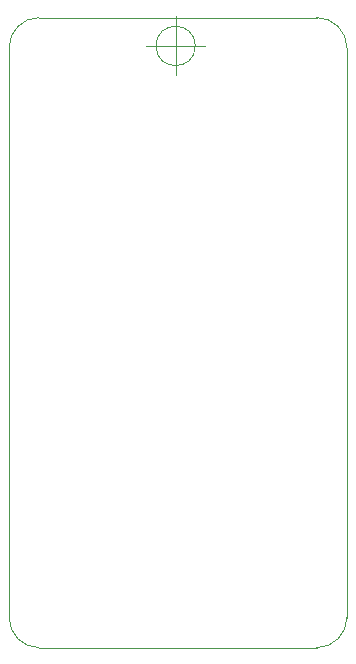
<source format=gm1>
G04 #@! TF.GenerationSoftware,KiCad,Pcbnew,(6.0.4)*
G04 #@! TF.CreationDate,2022-10-30T16:37:22+13:00*
G04 #@! TF.ProjectId,LAN-Module,4c414e2d-4d6f-4647-956c-652e6b696361,rev?*
G04 #@! TF.SameCoordinates,Original*
G04 #@! TF.FileFunction,Profile,NP*
%FSLAX46Y46*%
G04 Gerber Fmt 4.6, Leading zero omitted, Abs format (unit mm)*
G04 Created by KiCad (PCBNEW (6.0.4)) date 2022-10-30 16:37:22*
%MOMM*%
%LPD*%
G01*
G04 APERTURE LIST*
G04 #@! TA.AperFunction,Profile*
%ADD10C,0.100000*%
G04 #@! TD*
G04 APERTURE END LIST*
D10*
X47260000Y-25400000D02*
X23740000Y-25400000D01*
X23740000Y-25400000D02*
G75*
G03*
X21200000Y-27940000I0J-2540000D01*
G01*
X49800000Y-27940000D02*
G75*
G03*
X47260000Y-25400000I-2540000J0D01*
G01*
X47260000Y-78740000D02*
G75*
G03*
X49800000Y-76200000I0J2540000D01*
G01*
X21200000Y-76200000D02*
G75*
G03*
X23740000Y-78740000I2540000J0D01*
G01*
X21200000Y-27940000D02*
X21200000Y-76200000D01*
X23740000Y-78740000D02*
X47260000Y-78740000D01*
X49800000Y-76200000D02*
X49800000Y-27940000D01*
X36966666Y-27800000D02*
G75*
G03*
X36966666Y-27800000I-1666666J0D01*
G01*
X32800000Y-27800000D02*
X37800000Y-27800000D01*
X35300000Y-25300000D02*
X35300000Y-30300000D01*
M02*

</source>
